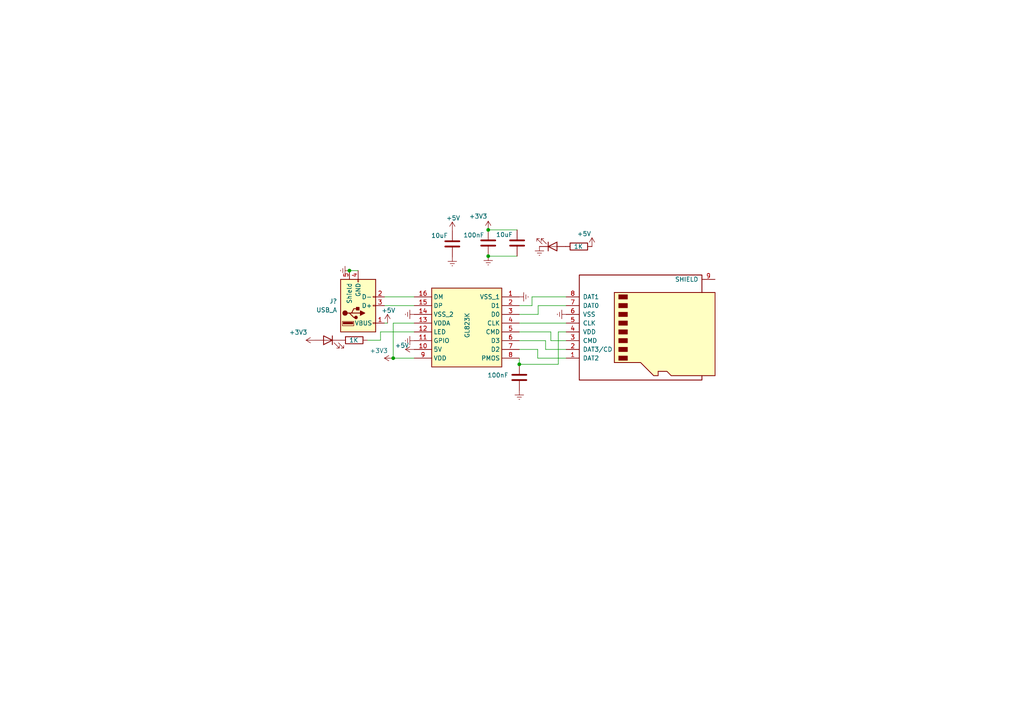
<source format=kicad_sch>
(kicad_sch (version 20211123) (generator eeschema)
  (paper "A4")
  (lib_symbols
    (symbol "Connector:Micro_SD_Card" (pin_names (offset 1.016))
      (property "Reference" "J" (at -16.51 15.24 0))
      (property "Value" "Micro_SD_Card" (at 16.51 15.24 0))
      (symbol "Micro_SD_Card_0_1"
        (rectangle (start -7.62 -9.525) (end -5.08 -10.795) (fill (type outline)))
        (rectangle (start -7.62 -6.985) (end -5.08 -8.255) (fill (type outline)))
        (rectangle (start -7.62 -4.445) (end -5.08 -5.715) (fill (type outline)))
        (rectangle (start -7.62 -1.905) (end -5.08 -3.175) (fill (type outline)))
        (rectangle (start -7.62 0.635) (end -5.08 -0.635) (fill (type outline)))
        (rectangle (start -7.62 3.175) (end -5.08 1.905) (fill (type outline)))
        (rectangle (start -7.62 5.715) (end -5.08 4.445) (fill (type outline)))
        (rectangle (start -7.62 8.255) (end -5.08 6.985) (fill (type outline)))
        (polyline (pts (xy 16.51 12.7) (xy 16.51 13.97) (xy -19.05 13.97) (xy -19.05 -16.51) (xy 16.51 -16.51) (xy 16.51 -11.43)) (stroke (width 0.254)))
        (polyline (pts (xy -8.89 -11.43) (xy -8.89 8.89) (xy -1.27 8.89) (xy 2.54 12.7) (xy 3.81 12.7) (xy 3.81 11.43) (xy 6.35 11.43) (xy 7.62 12.7) (xy 20.32 12.7) (xy 20.32 -11.43) (xy -8.89 -11.43)) (stroke (width 0.254)) (fill (type background)))
      )
      (symbol "Micro_SD_Card_1_1"
        (pin bidirectional line (at -22.86 7.62 0) (length 3.81) (name "DAT2") (number "1"))
        (pin bidirectional line (at -22.86 5.08 0) (length 3.81) (name "DAT3/CD") (number "2"))
        (pin input line (at -22.86 2.54 0) (length 3.81) (name "CMD") (number "3"))
        (pin power_in line (at -22.86 0 0) (length 3.81) (name "VDD") (number "4"))
        (pin input line (at -22.86 -2.54 0) (length 3.81) (name "CLK") (number "5"))
        (pin power_in line (at -22.86 -5.08 0) (length 3.81) (name "VSS") (number "6"))
        (pin bidirectional line (at -22.86 -7.62 0) (length 3.81) (name "DAT0") (number "7"))
        (pin bidirectional line (at -22.86 -10.16 0) (length 3.81) (name "DAT1") (number "8"))
        (pin passive line (at 20.32 -15.24 180) (length 3.81) (name "SHIELD") (number "9"))
      )
    )
    (symbol "Connector:USB_A" (pin_names (offset 1.016))
      (property "Reference" "J" (at -5.08 11.43 0))
      (property "Value" "USB_A" (at -5.08 8.89 0))
      (symbol "USB_A_0_1"
        (rectangle (start -5.08 -7.62) (end 5.08 7.62) (stroke (width 0.254)) (fill (type background)))
        (circle (center -3.81 2.159) (radius 0.635) (stroke (width 0.254)) (fill (type outline)))
        (rectangle (start -1.524 4.826) (end -4.318 5.334) (fill (type outline)))
        (rectangle (start -1.27 4.572) (end -4.572 5.842))
        (circle (center -0.635 3.429) (radius 0.381) (stroke (width 0.254)) (fill (type outline)))
        (rectangle (start -0.127 -7.62) (end 0.127 -6.858))
        (polyline (pts (xy -3.175 2.159) (xy -2.54 2.159) (xy -1.27 3.429) (xy -0.635 3.429)) (stroke (width 0.254)))
        (polyline (pts (xy -2.54 2.159) (xy -1.905 2.159) (xy -1.27 0.889) (xy 0 0.889)) (stroke (width 0.254)))
        (polyline (pts (xy 0.635 2.794) (xy 0.635 1.524) (xy 1.905 2.159) (xy 0.635 2.794)) (stroke (width 0.254)) (fill (type outline)))
        (rectangle (start 0.254 1.27) (end -0.508 0.508) (stroke (width 0.254)) (fill (type outline)))
        (rectangle (start 5.08 -2.667) (end 4.318 -2.413))
        (rectangle (start 5.08 -0.127) (end 4.318 0.127))
        (rectangle (start 5.08 4.953) (end 4.318 5.207))
      )
      (symbol "USB_A_1_1"
        (polyline (pts (xy -1.905 2.159) (xy 0.635 2.159)) (stroke (width 0.254)))
        (pin power_in line (at 7.62 5.08 180) (length 2.54) (name "VBUS") (number "1"))
        (pin bidirectional line (at 7.62 -2.54 180) (length 2.54) (name "D-") (number "2"))
        (pin bidirectional line (at 7.62 0 180) (length 2.54) (name "D+") (number "3"))
        (pin power_in line (at 0 -10.16 90) (length 2.54) (name "GND") (number "4"))
        (pin passive line (at -2.54 -10.16 90) (length 2.54) (name "Shield") (number "5"))
      )
    )
    (symbol "Device:C" (pin_numbers hide) (pin_names (offset 0.254))
      (property "Reference" "C" (at 0.635 2.54 0))
      (property "Value" "C" (at 0.635 -2.54 0))
      (symbol "C_0_1"
        (polyline (pts (xy -2.032 -0.762) (xy 2.032 -0.762)) (stroke (width 0.508)))
        (polyline (pts (xy -2.032 0.762) (xy 2.032 0.762)) (stroke (width 0.508)))
      )
      (symbol "C_1_1"
        (pin passive line (at 0 3.81 270) (length 2.794) (name "~") (number "1"))
        (pin passive line (at 0 -3.81 90) (length 2.794) (name "~") (number "2"))
      )
    )
    (symbol "Device:LED" (pin_numbers hide) (pin_names (offset 1.016) hide)
      (property "Reference" "D" (at 0 2.54 0))
      (property "Value" "LED" (at 0 -2.54 0))
      (symbol "LED_0_1"
        (polyline (pts (xy -1.27 -1.27) (xy -1.27 1.27)) (stroke (width 0.254)))
        (polyline (pts (xy -1.27 0) (xy 1.27 0)))
        (polyline (pts (xy 1.27 -1.27) (xy 1.27 1.27) (xy -1.27 0) (xy 1.27 -1.27)) (stroke (width 0.254)))
        (polyline (pts (xy -3.048 -0.762) (xy -4.572 -2.286) (xy -3.81 -2.286) (xy -4.572 -2.286) (xy -4.572 -1.524)))
        (polyline (pts (xy -1.778 -0.762) (xy -3.302 -2.286) (xy -2.54 -2.286) (xy -3.302 -2.286) (xy -3.302 -1.524)))
      )
      (symbol "LED_1_1"
        (pin passive line (at -3.81 0 0) (length 2.54) (name "K") (number "1"))
        (pin passive line (at 3.81 0 180) (length 2.54) (name "A") (number "2"))
      )
    )
    (symbol "Device:R" (pin_numbers hide) (pin_names (offset 0))
      (property "Reference" "R" (at 2.032 0 90))
      (property "Value" "R" (at 0 0 90))
      (symbol "R_0_1"
        (rectangle (start -1.016 -2.54) (end 1.016 2.54) (stroke (width 0.254)))
      )
      (symbol "R_1_1"
        (pin passive line (at 0 3.81 270) (length 1.27) (name "~") (number "1"))
        (pin passive line (at 0 -3.81 90) (length 1.27) (name "~") (number "2"))
      )
    )
    (symbol "GL823K:GL823K"
      (property "Value" "GL823K" (at 0 0 0))
      (property "Reference_1" "IC" (at 26.67 7.62 0))
      (property "Value_1" "GL823K" (at 26.67 5.08 0))
      (symbol "GL823K_1_1"
        (rectangle (start 5.08 2.54) (end 25.4 -20.32) (stroke (width 0.254)) (fill (type background)))
        (pin passive line (at 0 0 0) (length 5.08) (name "VSS_1") (number "1"))
        (pin passive line (at 30.48 -15.24 180) (length 5.08) (name "5V") (number "10"))
        (pin passive line (at 30.48 -12.7 180) (length 5.08) (name "GPIO") (number "11"))
        (pin passive line (at 30.48 -10.16 180) (length 5.08) (name "LED") (number "12"))
        (pin passive line (at 30.48 -7.62 180) (length 5.08) (name "VDDA") (number "13"))
        (pin passive line (at 30.48 -5.08 180) (length 5.08) (name "VSS_2") (number "14"))
        (pin passive line (at 30.48 -2.54 180) (length 5.08) (name "DP") (number "15"))
        (pin passive line (at 30.48 0 180) (length 5.08) (name "DM") (number "16"))
        (pin passive line (at 0 -2.54 0) (length 5.08) (name "D1") (number "2"))
        (pin passive line (at 0 -5.08 0) (length 5.08) (name "D0") (number "3"))
        (pin passive line (at 0 -7.62 0) (length 5.08) (name "CLK") (number "4"))
        (pin passive line (at 0 -10.16 0) (length 5.08) (name "CMD") (number "5"))
        (pin passive line (at 0 -12.7 0) (length 5.08) (name "D3") (number "6"))
        (pin passive line (at 0 -15.24 0) (length 5.08) (name "D2") (number "7"))
        (pin passive line (at 0 -17.78 0) (length 5.08) (name "PMOS") (number "8"))
        (pin passive line (at 30.48 -17.78 180) (length 5.08) (name "VDD") (number "9"))
      )
    )
    (symbol "power:+3.3V" (power) (pin_names (offset 0))
      (property "Value" "+3.3V" (at 0 3.556 0))
      (symbol "+3.3V_0_1"
        (polyline (pts (xy -0.762 1.27) (xy 0 2.54)))
        (polyline (pts (xy 0 0) (xy 0 2.54)))
        (polyline (pts (xy 0 2.54) (xy 0.762 1.27)))
      )
      (symbol "+3.3V_1_1"
        (pin power_in line (at 0 0 90) (length 0) hide (name "+3V3") (number "1"))
      )
    )
    (symbol "power:+5V" (power) (pin_names (offset 0))
      (property "Value" "+5V" (at 0 3.556 0))
      (symbol "+5V_0_1"
        (polyline (pts (xy -0.762 1.27) (xy 0 2.54)))
        (polyline (pts (xy 0 0) (xy 0 2.54)))
        (polyline (pts (xy 0 2.54) (xy 0.762 1.27)))
      )
      (symbol "+5V_1_1"
        (pin power_in line (at 0 0 90) (length 0) hide (name "+5V") (number "1"))
      )
    )
    (symbol "power:Earth" (power) (pin_names (offset 0))
      (symbol "Earth_0_1"
        (polyline (pts (xy -0.635 -1.905) (xy 0.635 -1.905)))
        (polyline (pts (xy -0.127 -2.54) (xy 0.127 -2.54)))
        (polyline (pts (xy 0 -1.27) (xy 0 0)))
        (polyline (pts (xy 1.27 -1.27) (xy -1.27 -1.27)))
      )
      (symbol "Earth_1_1"
        (pin power_in line (at 0 0 270) (length 0) hide (name "Earth") (number "1"))
      )
    )
  )
  (junction (at 101.346 78.486))
  (junction (at 150.622 105.664))
  (junction (at 141.605 66.675))
  (junction (at 114.046 103.886))
  (junction (at 141.605 74.295))
  (wire (pts (xy 150.622 101.346) (xy 155.956 101.346)))
  (wire (pts (xy 158.242 98.806) (xy 150.622 98.806)))
  (wire (pts (xy 156.083 88.646) (xy 156.083 91.186)))
  (wire (pts (xy 155.956 103.886) (xy 164.211 103.886)))
  (wire (pts (xy 120.142 93.726) (xy 114.046 93.726)))
  (wire (pts (xy 120.142 96.266) (xy 110.363 96.266)))
  (wire (pts (xy 154.305 86.106) (xy 164.211 86.106)))
  (wire (pts (xy 149.987 74.295) (xy 141.605 74.295)))
  (wire (pts (xy 112.395 93.726) (xy 111.506 93.726)))
  (wire (pts (xy 164.211 101.346) (xy 158.242 101.346)))
  (wire (pts (xy 159.766 98.806) (xy 164.211 98.806)))
  (wire (pts (xy 154.305 88.646) (xy 154.305 86.106)))
  (wire (pts (xy 150.622 88.646) (xy 154.305 88.646)))
  (wire (pts (xy 150.622 105.664) (xy 150.622 103.886)))
  (wire (pts (xy 161.925 96.266) (xy 161.925 105.664)))
  (wire (pts (xy 155.956 101.346) (xy 155.956 103.886)))
  (wire (pts (xy 110.363 96.266) (xy 110.363 98.679)))
  (wire (pts (xy 156.083 91.186) (xy 150.622 91.186)))
  (wire (pts (xy 111.506 86.106) (xy 120.142 86.106)))
  (wire (pts (xy 114.046 103.886) (xy 120.142 103.886)))
  (wire (pts (xy 164.211 96.266) (xy 161.925 96.266)))
  (wire (pts (xy 150.622 96.266) (xy 159.766 96.266)))
  (wire (pts (xy 161.925 105.664) (xy 150.622 105.664)))
  (wire (pts (xy 158.242 101.346) (xy 158.242 98.806)))
  (wire (pts (xy 164.211 88.646) (xy 156.083 88.646)))
  (wire (pts (xy 164.211 93.726) (xy 150.622 93.726)))
  (wire (pts (xy 159.766 96.266) (xy 159.766 98.806)))
  (wire (pts (xy 149.987 66.675) (xy 141.605 66.675)))
  (wire (pts (xy 111.506 88.646) (xy 120.142 88.646)))
  (wire (pts (xy 114.046 93.726) (xy 114.046 103.886)))
  (wire (pts (xy 103.886 78.486) (xy 101.346 78.486)))
  (wire (pts (xy 110.363 98.679) (xy 106.553 98.679)))
  (symbol (lib_id "power:Earth") (at 164.211 91.186 270) (mirror x) (unit 1)
    (property "Reference" "#PWR0104" (effects hide))
    (property "Value" "Earth" (effects hide))
  )
  (symbol (lib_id "power:Earth") (at 141.605 74.295 0) (mirror y) (unit 1)
    (property "Reference" "#PWR0116" (effects hide))
    (property "Value" "Earth" (effects hide))
  )
  (symbol (lib_id "power:Earth") (at 120.142 91.186 270) (mirror x) (unit 1)
    (property "Reference" "#PWR0111" (effects hide))
    (property "Value" "Earth" (effects hide))
  )
  (symbol (lib_id "Connector:USB_A") (at 103.886 88.646 0) (mirror x) (unit 1)
    (property "Reference" "J?" (at 97.79 87.3759 0) (effects (justify right)))
    (property "Value" "USB_A" (at 97.79 89.9159 0) (effects (justify right)))
    (property "Datasheet" " ~" (effects hide))
  )
  (symbol (lib_id "power:+5V") (at 171.704 71.501 0) (mirror y) (unit 1)
    (property "Reference" "#PWR0102" (effects hide))
    (property "Value" "+5V" (at 169.418 67.818 0))
  )
  (symbol (lib_id "Device:C") (at 150.622 109.474 0) (mirror y) (unit 1)
    (property "Reference" "C?" (effects hide))
    (property "Value" "100nF" (at 147.447 108.839 0) (effects (justify left)))
  )
  (symbol (lib_id "power:Earth") (at 156.464 71.501 0) (mirror y) (unit 1)
    (property "Reference" "#PWR0103" (effects hide))
    (property "Value" "Earth" (effects hide))
  )
  (symbol (lib_id "power:+3.3V") (at 141.605 66.675 0) (mirror y) (unit 1)
    (property "Reference" "#PWR0110" (effects hide))
    (property "Value" "+3.3V" (at 141.351 62.738 0) (effects (justify left)))
  )
  (symbol (lib_id "power:Earth") (at 150.622 86.106 90) (mirror x) (unit 1)
    (property "Reference" "#PWR0101" (effects hide))
    (property "Value" "Earth" (effects hide))
  )
  (symbol (lib_id "Device:R") (at 167.894 71.501 90) (mirror x) (unit 1)
    (property "Reference" "R?" (effects hide))
    (property "Value" "1K" (at 167.767 71.501 90))
  )
  (symbol (lib_id "power:+5V") (at 120.142 101.346 90) (mirror x) (unit 1)
    (property "Reference" "#PWR0115" (effects hide))
    (property "Value" "+5V" (at 116.586 100.203 90))
  )
  (symbol (lib_id "power:+5V") (at 112.395 93.726 0) (mirror y) (unit 1)
    (property "Reference" "#PWR0112" (effects hide))
    (property "Value" "+5V" (at 112.649 90.043 0))
  )
  (symbol (lib_id "power:Earth") (at 120.142 98.806 270) (mirror x) (unit 1)
    (property "Reference" "#PWR0107" (effects hide))
    (property "Value" "Earth" (effects hide))
  )
  (symbol (lib_id "Device:R") (at 102.743 98.679 90) (mirror x) (unit 1)
    (property "Reference" "R?" (effects hide))
    (property "Value" "1K" (at 102.616 98.679 90))
  )
  (symbol (lib_id "power:+5V") (at 131.191 66.929 0) (mirror y) (unit 1)
    (property "Reference" "#PWR0109" (effects hide))
    (property "Value" "+5V" (at 131.445 63.246 0))
  )
  (symbol (lib_id "Connector:Micro_SD_Card") (at 187.071 96.266 0) (mirror x) (unit 1)
    (property "Reference" "J?" (effects hide))
    (property "Value" "Micro_SD_Card" (effects hide))
    (property "Datasheet" "http://katalog.we-online.de/em/datasheet/693072010801.pdf" (effects hide))
  )
  (symbol (lib_id "GL823K:GL823K") (at 150.622 86.106 0) (mirror y) (unit 1)
    (property "Reference" "IC?" (effects hide))
    (property "Value" "GL823K" (at 135.509 94.361 90))
    (property "Reference_1" "IC" (effects hide))
    (property "Value_1" "GL823K" (effects hide))
    (property "Footprint_1" "SOP64P600X175-16N" (effects hide))
    (property "Datasheet_1" "http://www.electrodragon.com/w/images/c/cb/GL823K.pdf" (effects hide))
    (property "Height" "1.75" (effects hide))
    (property "Manufacturer_Name" "Genesys" (effects hide))
    (property "Manufacturer_Part_Number" "GL823K" (effects hide))
  )
  (symbol (lib_id "power:Earth") (at 150.622 113.284 0) (mirror y) (unit 1)
    (property "Reference" "#PWR0106" (effects hide))
    (property "Value" "Earth" (effects hide))
  )
  (symbol (lib_id "Device:C") (at 141.605 70.485 0) (mirror y) (unit 1)
    (property "Reference" "C?" (effects hide))
    (property "Value" "100nF" (at 140.462 68.199 0) (effects (justify left)))
  )
  (symbol (lib_id "power:+3.3V") (at 114.046 103.886 90) (mirror x) (unit 1)
    (property "Reference" "#PWR0105" (effects hide))
    (property "Value" "+3.3V" (at 112.522 101.727 90) (effects (justify left)))
  )
  (symbol (lib_id "Device:LED") (at 160.274 71.501 0) (mirror x) (unit 1)
    (property "Reference" "D?" (effects hide))
    (property "Value" "LED" (effects hide))
  )
  (symbol (lib_id "Device:C") (at 131.191 70.739 0) (mirror y) (unit 1)
    (property "Reference" "C?" (effects hide))
    (property "Value" "10uF" (at 129.921 68.326 0) (effects (justify left)))
  )
  (symbol (lib_id "Device:LED") (at 95.123 98.679 0) (mirror y) (unit 1)
    (property "Reference" "D?" (effects hide))
    (property "Value" "LED" (effects hide))
  )
  (symbol (lib_id "power:Earth") (at 101.346 78.486 270) (mirror x) (unit 1)
    (property "Reference" "#PWR0114" (effects hide))
    (property "Value" "Earth" (effects hide))
  )
  (symbol (lib_id "power:+3.3V") (at 91.313 98.679 90) (mirror x) (unit 1)
    (property "Reference" "#PWR0113" (effects hide))
    (property "Value" "+3.3V" (at 89.154 96.393 90) (effects (justify left)))
  )
  (symbol (lib_id "power:Earth") (at 131.191 74.549 0) (mirror y) (unit 1)
    (property "Reference" "#PWR0108" (effects hide))
    (property "Value" "Earth" (effects hide))
  )
  (symbol (lib_id "Device:C") (at 149.987 70.485 0) (mirror y) (unit 1)
    (property "Reference" "C?" (effects hide))
    (property "Value" "10uF" (at 148.717 68.072 0) (effects (justify left)))
  )
)
</source>
